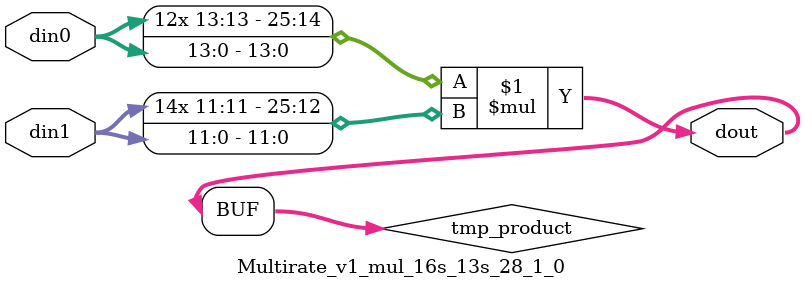
<source format=v>

`timescale 1 ns / 1 ps

 module Multirate_v1_mul_16s_13s_28_1_0(din0, din1, dout);
parameter ID = 1;
parameter NUM_STAGE = 0;
parameter din0_WIDTH = 14;
parameter din1_WIDTH = 12;
parameter dout_WIDTH = 26;

input [din0_WIDTH - 1 : 0] din0; 
input [din1_WIDTH - 1 : 0] din1; 
output [dout_WIDTH - 1 : 0] dout;

wire signed [dout_WIDTH - 1 : 0] tmp_product;



























assign tmp_product = $signed(din0) * $signed(din1);








assign dout = tmp_product;





















endmodule

</source>
